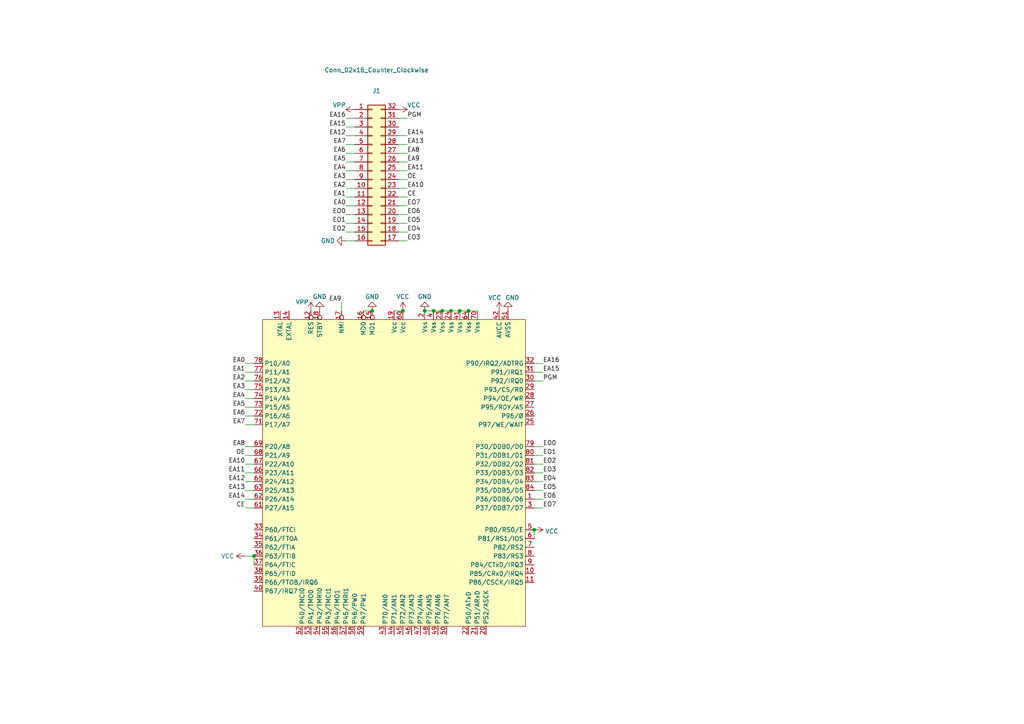
<source format=kicad_sch>
(kicad_sch (version 20230121) (generator eeschema)
  (paper "A4")
  (lib_symbols
    (symbol "Connector_Generic:Conn_02x16_Counter_Clockwise" (pin_names (offset 1.016) hide)
      (property "Reference" "J" (at 1.27 20.32 0))
      (property "Value" "Conn_02x16_Counter_Clockwise" (at 1.27 -22.86 0))
      (symbol "Conn_02x16_Counter_Clockwise_1_1"
        (rectangle (start -1.27 -20.193) (end 0 -20.447) (stroke (width 0.1524)))
        (rectangle (start -1.27 -17.653) (end 0 -17.907) (stroke (width 0.1524)))
        (rectangle (start -1.27 -15.113) (end 0 -15.367) (stroke (width 0.1524)))
        (rectangle (start -1.27 -12.573) (end 0 -12.827) (stroke (width 0.1524)))
        (rectangle (start -1.27 -10.033) (end 0 -10.287) (stroke (width 0.1524)))
        (rectangle (start -1.27 -7.493) (end 0 -7.747) (stroke (width 0.1524)))
        (rectangle (start -1.27 -4.953) (end 0 -5.207) (stroke (width 0.1524)))
        (rectangle (start -1.27 -2.413) (end 0 -2.667) (stroke (width 0.1524)))
        (rectangle (start -1.27 0.127) (end 0 -0.127) (stroke (width 0.1524)))
        (rectangle (start -1.27 2.667) (end 0 2.413) (stroke (width 0.1524)))
        (rectangle (start -1.27 5.207) (end 0 4.953) (stroke (width 0.1524)))
        (rectangle (start -1.27 7.747) (end 0 7.493) (stroke (width 0.1524)))
        (rectangle (start -1.27 10.287) (end 0 10.033) (stroke (width 0.1524)))
        (rectangle (start -1.27 12.827) (end 0 12.573) (stroke (width 0.1524)))
        (rectangle (start -1.27 15.367) (end 0 15.113) (stroke (width 0.1524)))
        (rectangle (start -1.27 17.907) (end 0 17.653) (stroke (width 0.1524)))
        (rectangle (start -1.27 19.05) (end 3.81 -21.59) (stroke (width 0.254)) (fill (type background)))
        (rectangle (start 3.81 -20.193) (end 2.54 -20.447) (stroke (width 0.1524)))
        (rectangle (start 3.81 -17.653) (end 2.54 -17.907) (stroke (width 0.1524)))
        (rectangle (start 3.81 -15.113) (end 2.54 -15.367) (stroke (width 0.1524)))
        (rectangle (start 3.81 -12.573) (end 2.54 -12.827) (stroke (width 0.1524)))
        (rectangle (start 3.81 -10.033) (end 2.54 -10.287) (stroke (width 0.1524)))
        (rectangle (start 3.81 -7.493) (end 2.54 -7.747) (stroke (width 0.1524)))
        (rectangle (start 3.81 -4.953) (end 2.54 -5.207) (stroke (width 0.1524)))
        (rectangle (start 3.81 -2.413) (end 2.54 -2.667) (stroke (width 0.1524)))
        (rectangle (start 3.81 0.127) (end 2.54 -0.127) (stroke (width 0.1524)))
        (rectangle (start 3.81 2.667) (end 2.54 2.413) (stroke (width 0.1524)))
        (rectangle (start 3.81 5.207) (end 2.54 4.953) (stroke (width 0.1524)))
        (rectangle (start 3.81 7.747) (end 2.54 7.493) (stroke (width 0.1524)))
        (rectangle (start 3.81 10.287) (end 2.54 10.033) (stroke (width 0.1524)))
        (rectangle (start 3.81 12.827) (end 2.54 12.573) (stroke (width 0.1524)))
        (rectangle (start 3.81 15.367) (end 2.54 15.113) (stroke (width 0.1524)))
        (rectangle (start 3.81 17.907) (end 2.54 17.653) (stroke (width 0.1524)))
        (pin passive line (at -5.08 17.78 0) (length 3.81) (name "Pin_1") (number "1"))
        (pin passive line (at -5.08 -5.08 0) (length 3.81) (name "Pin_10") (number "10"))
        (pin passive line (at -5.08 -7.62 0) (length 3.81) (name "Pin_11") (number "11"))
        (pin passive line (at -5.08 -10.16 0) (length 3.81) (name "Pin_12") (number "12"))
        (pin passive line (at -5.08 -12.7 0) (length 3.81) (name "Pin_13") (number "13"))
        (pin passive line (at -5.08 -15.24 0) (length 3.81) (name "Pin_14") (number "14"))
        (pin passive line (at -5.08 -17.78 0) (length 3.81) (name "Pin_15") (number "15"))
        (pin passive line (at -5.08 -20.32 0) (length 3.81) (name "Pin_16") (number "16"))
        (pin passive line (at 7.62 -20.32 180) (length 3.81) (name "Pin_17") (number "17"))
        (pin passive line (at 7.62 -17.78 180) (length 3.81) (name "Pin_18") (number "18"))
        (pin passive line (at 7.62 -15.24 180) (length 3.81) (name "Pin_19") (number "19"))
        (pin passive line (at -5.08 15.24 0) (length 3.81) (name "Pin_2") (number "2"))
        (pin passive line (at 7.62 -12.7 180) (length 3.81) (name "Pin_20") (number "20"))
        (pin passive line (at 7.62 -10.16 180) (length 3.81) (name "Pin_21") (number "21"))
        (pin passive line (at 7.62 -7.62 180) (length 3.81) (name "Pin_22") (number "22"))
        (pin passive line (at 7.62 -5.08 180) (length 3.81) (name "Pin_23") (number "23"))
        (pin passive line (at 7.62 -2.54 180) (length 3.81) (name "Pin_24") (number "24"))
        (pin passive line (at 7.62 0 180) (length 3.81) (name "Pin_25") (number "25"))
        (pin passive line (at 7.62 2.54 180) (length 3.81) (name "Pin_26") (number "26"))
        (pin passive line (at 7.62 5.08 180) (length 3.81) (name "Pin_27") (number "27"))
        (pin passive line (at 7.62 7.62 180) (length 3.81) (name "Pin_28") (number "28"))
        (pin passive line (at 7.62 10.16 180) (length 3.81) (name "Pin_29") (number "29"))
        (pin passive line (at -5.08 12.7 0) (length 3.81) (name "Pin_3") (number "3"))
        (pin passive line (at 7.62 12.7 180) (length 3.81) (name "Pin_30") (number "30"))
        (pin passive line (at 7.62 15.24 180) (length 3.81) (name "Pin_31") (number "31"))
        (pin passive line (at 7.62 17.78 180) (length 3.81) (name "Pin_32") (number "32"))
        (pin passive line (at -5.08 10.16 0) (length 3.81) (name "Pin_4") (number "4"))
        (pin passive line (at -5.08 7.62 0) (length 3.81) (name "Pin_5") (number "5"))
        (pin passive line (at -5.08 5.08 0) (length 3.81) (name "Pin_6") (number "6"))
        (pin passive line (at -5.08 2.54 0) (length 3.81) (name "Pin_7") (number "7"))
        (pin passive line (at -5.08 0 0) (length 3.81) (name "Pin_8") (number "8"))
        (pin passive line (at -5.08 -2.54 0) (length 3.81) (name "Pin_9") (number "9"))
      )
    )
    (symbol "VCC_1" (power) (pin_names (offset 0))
      (property "Value" "VCC_1" (at 0 3.81 0))
      (symbol "VCC_1_0_1"
        (polyline (pts (xy -0.762 1.27) (xy 0 2.54)))
        (polyline (pts (xy 0 0) (xy 0 2.54)))
        (polyline (pts (xy 0 2.54) (xy 0.762 1.27)))
      )
      (symbol "VCC_1_1_1"
        (pin power_in line (at 0 0 90) (length 0) hide (name "VCC") (number "1"))
      )
    )
    (symbol "VCC_2" (power) (pin_names (offset 0))
      (property "Value" "VCC_2" (at 0 3.81 0))
      (symbol "VCC_2_0_1"
        (polyline (pts (xy -0.762 1.27) (xy 0 2.54)))
        (polyline (pts (xy 0 0) (xy 0 2.54)))
        (polyline (pts (xy 0 2.54) (xy 0.762 1.27)))
      )
      (symbol "VCC_2_1_1"
        (pin power_in line (at 0 0 90) (length 0) hide (name "VCC") (number "1"))
      )
    )
    (symbol "VCC_3" (power) (pin_names (offset 0))
      (property "Value" "VCC_3" (at 0 3.81 0))
      (symbol "VCC_3_0_1"
        (polyline (pts (xy -0.762 1.27) (xy 0 2.54)))
        (polyline (pts (xy 0 0) (xy 0 2.54)))
        (polyline (pts (xy 0 2.54) (xy 0.762 1.27)))
      )
      (symbol "VCC_3_1_1"
        (pin power_in line (at 0 0 90) (length 0) hide (name "VCC") (number "1"))
      )
    )
    (symbol "VCC_4" (power) (pin_names (offset 0))
      (property "Value" "VCC_4" (at 0 3.81 0))
      (symbol "VCC_4_0_1"
        (polyline (pts (xy -0.762 1.27) (xy 0 2.54)))
        (polyline (pts (xy 0 0) (xy 0 2.54)))
        (polyline (pts (xy 0 2.54) (xy 0.762 1.27)))
      )
      (symbol "VCC_4_1_1"
        (pin power_in line (at 0 0 90) (length 0) hide (name "VCC") (number "1"))
      )
    )
    (symbol "mcu:HD64x3308C"
      (property "Reference" "U" (at -45.72 40.64 0))
      (property "Value" "HD64x3308C" (at -44.45 43.18 0))
      (symbol "HD64x3308C_0_1"
        (rectangle (start -38.1 44.45) (end 38.1 -44.45) (fill (type background)))
      )
      (symbol "HD64x3308C_1_1"
        (pin input line (at 40.64 -7.62 180) (length 2.54) (name "P36/DDB6/D6") (number "1"))
        (pin input line (at 40.64 -29.21 180) (length 2.54) (name "P85/CRxD/IRQ4") (number "10"))
        (pin input line (at 40.64 -31.75 180) (length 2.54) (name "P86/CSCK/IRQ5") (number "11"))
        (pin input inverted (at -24.13 46.99 270) (length 2.54) (name "RES") (number "12"))
        (pin input line (at -33.02 46.99 270) (length 2.54) (name "XTAL") (number "13"))
        (pin input line (at -30.48 46.99 270) (length 2.54) (name "EXTAL") (number "14"))
        (pin input inverted (at -6.35 46.99 270) (length 2.54) (name "MD1") (number "15"))
        (pin input inverted (at -8.89 46.99 270) (length 2.54) (name "MD0") (number "16"))
        (pin input inverted (at -15.24 46.99 270) (length 2.54) (name "NMI") (number "17"))
        (pin input inverted (at -21.59 46.99 270) (length 2.54) (name "STBY") (number "18"))
        (pin power_in line (at 0 46.99 270) (length 2.54) (name "Vcc") (number "19"))
        (pin power_in line (at 8.89 46.99 270) (length 2.54) (name "Vss") (number "2"))
        (pin input line (at 26.67 -46.99 90) (length 2.54) (name "P52/ASCK") (number "20"))
        (pin input line (at 24.13 -46.99 90) (length 2.54) (name "P51/ARxD") (number "21"))
        (pin input line (at 21.59 -46.99 90) (length 2.54) (name "P50/ATxD") (number "22"))
        (pin power_in line (at 13.97 46.99 270) (length 2.54) (name "Vss") (number "23"))
        (pin power_in line (at 16.51 46.99 270) (length 2.54) (name "Vss") (number "24"))
        (pin input line (at 40.64 13.97 180) (length 2.54) (name "P97/WE/WAIT") (number "25"))
        (pin input line (at 40.64 16.51 180) (length 2.54) (name "P96/Ø") (number "26"))
        (pin input line (at 40.64 19.05 180) (length 2.54) (name "P95/RDY/AS") (number "27"))
        (pin input line (at 40.64 21.59 180) (length 2.54) (name "P94/OE/WR") (number "28"))
        (pin input line (at 40.64 24.13 180) (length 2.54) (name "P93/CS/RD") (number "29"))
        (pin input line (at 40.64 -10.16 180) (length 2.54) (name "P37/DDB7/D7") (number "3"))
        (pin input line (at 40.64 26.67 180) (length 2.54) (name "P92/IRQ0") (number "30"))
        (pin input line (at 40.64 29.21 180) (length 2.54) (name "P91/IRQ1") (number "31"))
        (pin input line (at 40.64 31.75 180) (length 2.54) (name "P90/IRQ2/ADTRG") (number "32"))
        (pin input line (at -40.64 -16.51 0) (length 2.54) (name "P60/FTCI") (number "33"))
        (pin input line (at -40.64 -19.05 0) (length 2.54) (name "P61/FTOA") (number "34"))
        (pin input line (at -40.64 -21.59 0) (length 2.54) (name "P62/FTIA") (number "35"))
        (pin input line (at -40.64 -24.13 0) (length 2.54) (name "P63/FTIB") (number "36"))
        (pin input line (at -40.64 -26.67 0) (length 2.54) (name "P64/FTIC") (number "37"))
        (pin input line (at -40.64 -29.21 0) (length 2.54) (name "P65/FTID") (number "38"))
        (pin input line (at -40.64 -31.75 0) (length 2.54) (name "P66/FTOB/IRQ6") (number "39"))
        (pin power_in line (at 11.43 46.99 270) (length 2.54) (name "Vss") (number "4"))
        (pin input line (at -40.64 -34.29 0) (length 2.54) (name "P67/IRQ7") (number "40"))
        (pin power_in line (at 19.05 46.99 270) (length 2.54) (name "Vss") (number "41"))
        (pin input line (at 30.48 46.99 270) (length 2.54) (name "AVCC") (number "42"))
        (pin input line (at -2.54 -46.99 90) (length 2.54) (name "P70/AN0") (number "43"))
        (pin input line (at 0 -46.99 90) (length 2.54) (name "P71/AN1") (number "44"))
        (pin input line (at 2.54 -46.99 90) (length 2.54) (name "P72/AN2") (number "45"))
        (pin input line (at 5.08 -46.99 90) (length 2.54) (name "P73/AN3") (number "46"))
        (pin input line (at 7.62 -46.99 90) (length 2.54) (name "P74/AN4") (number "47"))
        (pin input line (at 10.16 -46.99 90) (length 2.54) (name "P75/AN5") (number "48"))
        (pin input line (at 12.7 -46.99 90) (length 2.54) (name "P76/AN6") (number "49"))
        (pin input line (at 40.64 -16.51 180) (length 2.54) (name "P80/RS0/E") (number "5"))
        (pin input line (at 15.24 -46.99 90) (length 2.54) (name "P77/AN7") (number "50"))
        (pin input line (at 33.02 46.99 270) (length 2.54) (name "AVSS") (number "51"))
        (pin input line (at -26.67 -46.99 90) (length 2.54) (name "P40/TMCI0") (number "52"))
        (pin input line (at -24.13 -46.99 90) (length 2.54) (name "P41/TMO0") (number "53"))
        (pin input line (at -21.59 -46.99 90) (length 2.54) (name "P42/TMRI0") (number "54"))
        (pin input line (at -19.05 -46.99 90) (length 2.54) (name "P43/TMCI1") (number "55"))
        (pin input line (at -16.51 -46.99 90) (length 2.54) (name "P44/TMO1") (number "56"))
        (pin input line (at -13.97 -46.99 90) (length 2.54) (name "P45/TMRI1") (number "57"))
        (pin input line (at -11.43 -46.99 90) (length 2.54) (name "P46/PW0") (number "58"))
        (pin input line (at -8.89 -46.99 90) (length 2.54) (name "P47/PW1") (number "59"))
        (pin input line (at 40.64 -19.05 180) (length 2.54) (name "P81/RS1/IOS") (number "6"))
        (pin power_in line (at 2.54 46.99 270) (length 2.54) (name "Vcc") (number "60"))
        (pin input line (at -40.64 -10.16 0) (length 2.54) (name "P27/A15") (number "61"))
        (pin input line (at -40.64 -7.62 0) (length 2.54) (name "P26/A14") (number "62"))
        (pin input line (at -40.64 -5.08 0) (length 2.54) (name "P25/A13") (number "63"))
        (pin power_in line (at 21.59 46.99 270) (length 2.54) (name "Vss") (number "64"))
        (pin input line (at -40.64 -2.54 0) (length 2.54) (name "P24/A12") (number "65"))
        (pin input line (at -40.64 0 0) (length 2.54) (name "P23/A11") (number "66"))
        (pin input line (at -40.64 2.54 0) (length 2.54) (name "P22/A10") (number "67"))
        (pin input line (at -40.64 5.08 0) (length 2.54) (name "P21/A9") (number "68"))
        (pin input line (at -40.64 7.62 0) (length 2.54) (name "P20/A8") (number "69"))
        (pin input line (at 40.64 -21.59 180) (length 2.54) (name "P82/RS2") (number "7"))
        (pin power_in line (at 24.13 46.99 270) (length 2.54) (name "Vss") (number "70"))
        (pin input line (at -40.64 13.97 0) (length 2.54) (name "P17/A7") (number "71"))
        (pin input line (at -40.64 16.51 0) (length 2.54) (name "P16/A6") (number "72"))
        (pin input line (at -40.64 19.05 0) (length 2.54) (name "P15/A5") (number "73"))
        (pin input line (at -40.64 21.59 0) (length 2.54) (name "P14/A4") (number "74"))
        (pin input line (at -40.64 24.13 0) (length 2.54) (name "P13/A3") (number "75"))
        (pin input line (at -40.64 26.67 0) (length 2.54) (name "P12/A2") (number "76"))
        (pin input line (at -40.64 29.21 0) (length 2.54) (name "P11/A1") (number "77"))
        (pin input line (at -40.64 31.75 0) (length 2.54) (name "P10/A0") (number "78"))
        (pin input line (at 40.64 7.62 180) (length 2.54) (name "P30/DDB0/D0") (number "79"))
        (pin input line (at 40.64 -24.13 180) (length 2.54) (name "P83/RS3") (number "8"))
        (pin input line (at 40.64 5.08 180) (length 2.54) (name "P31/DDB1/D1") (number "80"))
        (pin input line (at 40.64 2.54 180) (length 2.54) (name "P32/DDB2/D2") (number "81"))
        (pin input line (at 40.64 0 180) (length 2.54) (name "P33/DDB3/D3") (number "82"))
        (pin input line (at 40.64 -2.54 180) (length 2.54) (name "P34/DDB4/D4") (number "83"))
        (pin input line (at 40.64 -5.08 180) (length 2.54) (name "P35/DDB5/D5") (number "84"))
        (pin input line (at 40.64 -26.67 180) (length 2.54) (name "P84/CTxD/IRQ3") (number "9"))
      )
    )
    (symbol "power:GND" (power) (pin_names (offset 0))
      (property "Value" "GND" (at 0 -3.81 0))
      (symbol "GND_0_1"
        (polyline (pts (xy 0 0) (xy 0 -1.27) (xy 1.27 -1.27) (xy 0 -2.54) (xy -1.27 -1.27) (xy 0 -1.27)))
      )
      (symbol "GND_1_1"
        (pin power_in line (at 0 0 270) (length 0) hide (name "GND") (number "1"))
      )
    )
    (symbol "power:VCC" (power) (pin_names (offset 0))
      (property "Value" "VCC" (at 0 3.81 0))
      (symbol "VCC_0_1"
        (polyline (pts (xy -0.762 1.27) (xy 0 2.54)))
        (polyline (pts (xy 0 0) (xy 0 2.54)))
        (polyline (pts (xy 0 2.54) (xy 0.762 1.27)))
      )
      (symbol "VCC_1_1"
        (pin power_in line (at 0 0 90) (length 0) hide (name "VCC") (number "1"))
      )
    )
    (symbol "power:VPP" (power) (pin_names (offset 0))
      (property "Value" "VPP" (at 0 3.81 0))
      (symbol "VPP_0_1"
        (polyline (pts (xy -0.762 1.27) (xy 0 2.54)))
        (polyline (pts (xy 0 0) (xy 0 2.54)))
        (polyline (pts (xy 0 2.54) (xy 0.762 1.27)))
      )
      (symbol "VPP_1_1"
        (pin power_in line (at 0 0 90) (length 0) hide (name "VPP") (number "1"))
      )
    )
  )
  (junction (at 135.89 90.17))
  (junction (at 130.81 90.17))
  (junction (at 128.27 90.17))
  (junction (at 123.19 90.17))
  (junction (at 125.73 90.17))
  (junction (at 154.94 153.67))
  (junction (at 133.35 90.17))
  (junction (at 116.84 90.17))
  (junction (at 107.95 90.17))
  (junction (at 73.66 161.29))
  (wire (pts (xy 100.33 62.23) (xy 102.87 62.23)))
  (wire (pts (xy 115.57 44.45) (xy 118.11 44.45)))
  (wire (pts (xy 154.94 147.32) (xy 157.48 147.32)))
  (wire (pts (xy 71.12 118.11) (xy 73.66 118.11)))
  (wire (pts (xy 100.33 57.15) (xy 102.87 57.15)))
  (wire (pts (xy 135.89 90.17) (xy 138.43 90.17)))
  (wire (pts (xy 115.57 49.53) (xy 118.11 49.53)))
  (wire (pts (xy 115.57 34.29) (xy 118.11 34.29)))
  (wire (pts (xy 154.94 129.54) (xy 157.48 129.54)))
  (wire (pts (xy 71.12 120.65) (xy 73.66 120.65)))
  (wire (pts (xy 71.12 115.57) (xy 73.66 115.57)))
  (wire (pts (xy 100.33 59.69) (xy 102.87 59.69)))
  (wire (pts (xy 100.33 52.07) (xy 102.87 52.07)))
  (wire (pts (xy 100.33 44.45) (xy 102.87 44.45)))
  (wire (pts (xy 115.57 46.99) (xy 118.11 46.99)))
  (wire (pts (xy 71.12 144.78) (xy 73.66 144.78)))
  (wire (pts (xy 154.94 110.49) (xy 157.48 110.49)))
  (wire (pts (xy 125.73 90.17) (xy 128.27 90.17)))
  (wire (pts (xy 115.57 67.31) (xy 118.11 67.31)))
  (wire (pts (xy 100.33 36.83) (xy 102.87 36.83)))
  (wire (pts (xy 71.12 147.32) (xy 73.66 147.32)))
  (wire (pts (xy 115.57 69.85) (xy 118.11 69.85)))
  (wire (pts (xy 100.33 69.85) (xy 102.87 69.85)))
  (wire (pts (xy 115.57 54.61) (xy 118.11 54.61)))
  (wire (pts (xy 71.12 110.49) (xy 73.66 110.49)))
  (wire (pts (xy 99.06 87.63) (xy 99.06 90.17)))
  (wire (pts (xy 100.33 41.91) (xy 102.87 41.91)))
  (wire (pts (xy 71.12 161.29) (xy 73.66 161.29)))
  (wire (pts (xy 115.57 52.07) (xy 118.11 52.07)))
  (wire (pts (xy 154.94 139.7) (xy 157.48 139.7)))
  (wire (pts (xy 115.57 62.23) (xy 118.11 62.23)))
  (wire (pts (xy 130.81 90.17) (xy 133.35 90.17)))
  (wire (pts (xy 71.12 123.19) (xy 73.66 123.19)))
  (wire (pts (xy 100.33 49.53) (xy 102.87 49.53)))
  (wire (pts (xy 71.12 139.7) (xy 73.66 139.7)))
  (wire (pts (xy 115.57 41.91) (xy 118.11 41.91)))
  (wire (pts (xy 154.94 144.78) (xy 157.48 144.78)))
  (wire (pts (xy 154.94 153.67) (xy 154.94 156.21)))
  (wire (pts (xy 114.3 90.17) (xy 116.84 90.17)))
  (wire (pts (xy 71.12 142.24) (xy 73.66 142.24)))
  (wire (pts (xy 123.19 90.17) (xy 125.73 90.17)))
  (wire (pts (xy 115.57 64.77) (xy 118.11 64.77)))
  (wire (pts (xy 100.33 64.77) (xy 102.87 64.77)))
  (wire (pts (xy 154.94 137.16) (xy 157.48 137.16)))
  (wire (pts (xy 154.94 132.08) (xy 157.48 132.08)))
  (wire (pts (xy 73.66 161.29) (xy 73.66 163.83)))
  (wire (pts (xy 115.57 59.69) (xy 118.11 59.69)))
  (wire (pts (xy 71.12 137.16) (xy 73.66 137.16)))
  (wire (pts (xy 100.33 34.29) (xy 102.87 34.29)))
  (wire (pts (xy 154.94 134.62) (xy 157.48 134.62)))
  (wire (pts (xy 71.12 105.41) (xy 73.66 105.41)))
  (wire (pts (xy 100.33 54.61) (xy 102.87 54.61)))
  (wire (pts (xy 71.12 107.95) (xy 73.66 107.95)))
  (wire (pts (xy 105.41 90.17) (xy 107.95 90.17)))
  (wire (pts (xy 71.12 132.08) (xy 73.66 132.08)))
  (wire (pts (xy 115.57 39.37) (xy 118.11 39.37)))
  (wire (pts (xy 100.33 46.99) (xy 102.87 46.99)))
  (wire (pts (xy 71.12 129.54) (xy 73.66 129.54)))
  (wire (pts (xy 133.35 90.17) (xy 135.89 90.17)))
  (wire (pts (xy 100.33 67.31) (xy 102.87 67.31)))
  (wire (pts (xy 154.94 105.41) (xy 157.48 105.41)))
  (wire (pts (xy 71.12 134.62) (xy 73.66 134.62)))
  (wire (pts (xy 154.94 142.24) (xy 157.48 142.24)))
  (wire (pts (xy 128.27 90.17) (xy 130.81 90.17)))
  (wire (pts (xy 71.12 113.03) (xy 73.66 113.03)))
  (wire (pts (xy 100.33 39.37) (xy 102.87 39.37)))
  (wire (pts (xy 115.57 57.15) (xy 118.11 57.15)))
  (wire (pts (xy 154.94 107.95) (xy 157.48 107.95)))
  (label "EA15" (at 157.48 107.95 0))
  (label "EO2" (at 157.48 134.62 0))
  (label "EO2" (at 100.33 67.31 180))
  (label "EO4" (at 118.11 67.31 0))
  (label "EA7" (at 100.33 41.91 180))
  (label "EA13" (at 118.11 41.91 0))
  (label "EA16" (at 100.33 34.29 180))
  (label "EA10" (at 71.12 134.62 180))
  (label "EA5" (at 100.33 46.99 180))
  (label "EO4" (at 157.48 139.7 0))
  (label "EO6" (at 157.48 144.78 0))
  (label "EA8" (at 71.12 129.54 180))
  (label "EA8" (at 118.11 44.45 0))
  (label "EA2" (at 71.12 110.49 180))
  (label "OE" (at 71.12 132.08 180))
  (label "EA6" (at 100.33 44.45 180))
  (label "EA0" (at 71.12 105.41 180))
  (label "EA10" (at 118.11 54.61 0))
  (label "EA6" (at 71.12 120.65 180))
  (label "EA15" (at 100.33 36.83 180))
  (label "EO6" (at 118.11 62.23 0))
  (label "EO3" (at 157.48 137.16 0))
  (label "OE" (at 118.11 52.07 0))
  (label "EA5" (at 71.12 118.11 180))
  (label "EA14" (at 71.12 144.78 180))
  (label "EO1" (at 100.33 64.77 180))
  (label "EA7" (at 71.12 123.19 180))
  (label "EA9" (at 118.11 46.99 0))
  (label "EA4" (at 71.12 115.57 180))
  (label "EA11" (at 71.12 137.16 180))
  (label "EA1" (at 71.12 107.95 180))
  (label "EA3" (at 71.12 113.03 180))
  (label "CE" (at 71.12 147.32 180))
  (label "PGM" (at 157.48 110.49 0))
  (label "EO3" (at 118.11 69.85 0))
  (label "EO0" (at 100.33 62.23 180))
  (label "PGM" (at 118.11 34.29 0))
  (label "EO5" (at 157.48 142.24 0))
  (label "EO7" (at 118.11 59.69 0))
  (label "EA11" (at 118.11 49.53 0))
  (label "EA14" (at 118.11 39.37 0))
  (label "EA9" (at 99.06 87.63 180))
  (label "EA0" (at 100.33 59.69 180))
  (label "EA12" (at 100.33 39.37 180))
  (label "CE" (at 118.11 57.15 0))
  (label "EA1" (at 100.33 57.15 180))
  (label "EA2" (at 100.33 54.61 180))
  (label "EO5" (at 118.11 64.77 0))
  (label "EO7" (at 157.48 147.32 0))
  (label "EA12" (at 71.12 139.7 180))
  (label "EA13" (at 71.12 142.24 180))
  (label "EA16" (at 157.48 105.41 0))
  (label "EA3" (at 100.33 52.07 180))
  (label "EA4" (at 100.33 49.53 180))
  (label "EO0" (at 157.48 129.54 0))
  (label "EO1" (at 157.48 132.08 0))
  (symbol (lib_id "power:GND") (at 107.95 90.17 180) (unit 1)
    (property "Reference" "#PWR08" (effects hide))
    (property "Value" "GND" (at 107.95 86.0369 0))
  )
  (symbol (lib_name "VCC_2") (lib_id "power:VCC") (at 144.78 90.17 0) (unit 1)
    (property "Reference" "#PWR04" (effects hide))
    (property "Value" "VCC" (at 143.51 86.36 0))
  )
  (symbol (lib_id "power:GND") (at 123.19 90.17 180) (unit 1)
    (property "Reference" "#PWR07" (effects hide))
    (property "Value" "GND" (at 123.19 86.0369 0))
  )
  (symbol (lib_id "power:GND") (at 100.33 69.85 270) (unit 1)
    (property "Reference" "#PWR09" (effects hide))
    (property "Value" "GND" (at 97.1551 69.85 90) (effects (justify right)))
  )
  (symbol (lib_id "power:VPP") (at 90.17 90.17 0) (unit 1)
    (property "Reference" "#PWR03" (effects hide))
    (property "Value" "VPP" (at 87.63 87.63 0))
  )
  (symbol (lib_id "power:VCC") (at 154.94 153.67 270) (unit 1)
    (property "Reference" "#PWR?" (effects hide))
    (property "Value" "VCC" (at 158.115 154.1038 90) (effects (justify left)))
  )
  (symbol (lib_id "power:VPP") (at 102.87 31.75 90) (unit 1)
    (property "Reference" "#PWR01" (effects hide))
    (property "Value" "VPP" (at 100.33 30.48 90) (effects (justify left)))
  )
  (symbol (lib_name "VCC_3") (lib_id "power:VCC") (at 116.84 90.17 0) (unit 1)
    (property "Reference" "#PWR05" (effects hide))
    (property "Value" "VCC" (at 116.84 86.0369 0))
  )
  (symbol (lib_id "power:GND") (at 147.32 90.17 180) (unit 1)
    (property "Reference" "#PWR06" (effects hide))
    (property "Value" "GND" (at 148.59 86.36 0))
  )
  (symbol (lib_name "VCC_1") (lib_id "power:VCC") (at 71.12 161.29 90) (unit 1)
    (property "Reference" "#PWR02" (effects hide))
    (property "Value" "VCC" (at 67.945 161.29 90) (effects (justify left)))
  )
  (symbol (lib_name "VCC_4") (lib_id "power:VCC") (at 115.57 31.75 270) (unit 1)
    (property "Reference" "#PWR010" (effects hide))
    (property "Value" "VCC" (at 118.11 30.48 90) (effects (justify left)))
  )
  (symbol (lib_id "power:GND") (at 92.71 90.17 180) (unit 1)
    (property "Reference" "#PWR011" (effects hide))
    (property "Value" "GND" (at 92.71 86.0369 0))
  )
  (symbol (lib_id "mcu:HD64x3308C") (at 114.3 137.16 0) (unit 1)
    (property "Reference" "U1" (effects hide))
    (property "Value" "HD64x3308C" (effects hide))
    (property "Footprint" "Package_LCC:PLCC-84_THT-Socket" (effects hide))
  )
  (symbol (lib_id "Connector_Generic:Conn_02x16_Counter_Clockwise") (at 107.95 49.53 0) (unit 1)
    (property "Reference" "J1" (at 109.22 26.3357 0))
    (property "Value" "Conn_02x16_Counter_Clockwise" (at 109.22 20.32 0))
    (property "Footprint" "Package_DIP:DIP-32_W15.24mm" (effects hide))
  )
)
</source>
